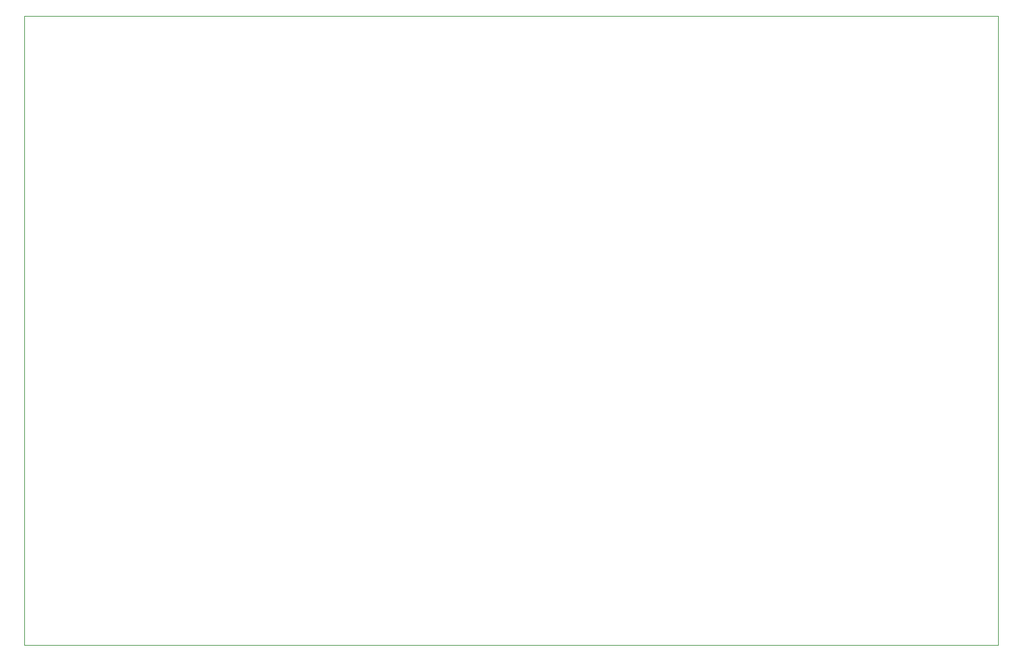
<source format=gbr>
%TF.GenerationSoftware,KiCad,Pcbnew,9.0.6*%
%TF.CreationDate,2025-11-16T15:46:06-05:00*%
%TF.ProjectId,power_supply,706f7765-725f-4737-9570-706c792e6b69,rev?*%
%TF.SameCoordinates,Original*%
%TF.FileFunction,Profile,NP*%
%FSLAX46Y46*%
G04 Gerber Fmt 4.6, Leading zero omitted, Abs format (unit mm)*
G04 Created by KiCad (PCBNEW 9.0.6) date 2025-11-16 15:46:06*
%MOMM*%
%LPD*%
G01*
G04 APERTURE LIST*
%TA.AperFunction,Profile*%
%ADD10C,0.050000*%
%TD*%
G04 APERTURE END LIST*
D10*
X62738000Y-44958000D02*
X191770000Y-44958000D01*
X191770000Y-128270000D01*
X62738000Y-128270000D01*
X62738000Y-44958000D01*
M02*

</source>
